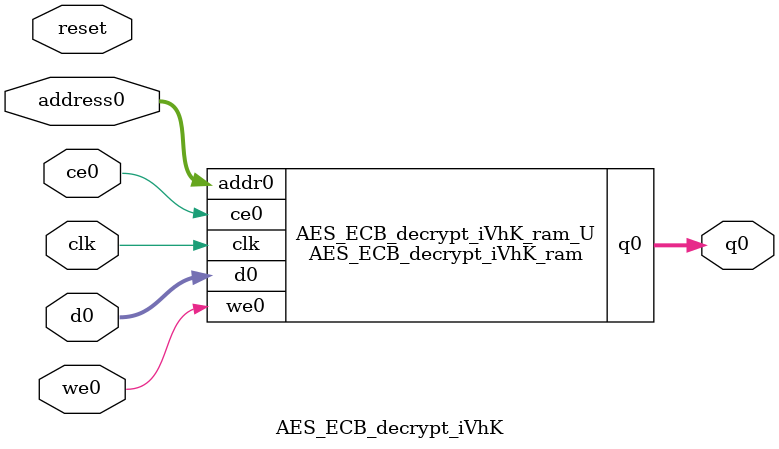
<source format=v>
`timescale 1 ns / 1 ps
module AES_ECB_decrypt_iVhK_ram (addr0, ce0, d0, we0, q0,  clk);

parameter DWIDTH = 8;
parameter AWIDTH = 4;
parameter MEM_SIZE = 16;

input[AWIDTH-1:0] addr0;
input ce0;
input[DWIDTH-1:0] d0;
input we0;
output reg[DWIDTH-1:0] q0;
input clk;

(* ram_style = "distributed" *)reg [DWIDTH-1:0] ram[0:MEM_SIZE-1];




always @(posedge clk)  
begin 
    if (ce0) 
    begin
        if (we0) 
        begin 
            ram[addr0] <= d0; 
        end 
        q0 <= ram[addr0];
    end
end


endmodule

`timescale 1 ns / 1 ps
module AES_ECB_decrypt_iVhK(
    reset,
    clk,
    address0,
    ce0,
    we0,
    d0,
    q0);

parameter DataWidth = 32'd8;
parameter AddressRange = 32'd16;
parameter AddressWidth = 32'd4;
input reset;
input clk;
input[AddressWidth - 1:0] address0;
input ce0;
input we0;
input[DataWidth - 1:0] d0;
output[DataWidth - 1:0] q0;



AES_ECB_decrypt_iVhK_ram AES_ECB_decrypt_iVhK_ram_U(
    .clk( clk ),
    .addr0( address0 ),
    .ce0( ce0 ),
    .we0( we0 ),
    .d0( d0 ),
    .q0( q0 ));

endmodule


</source>
